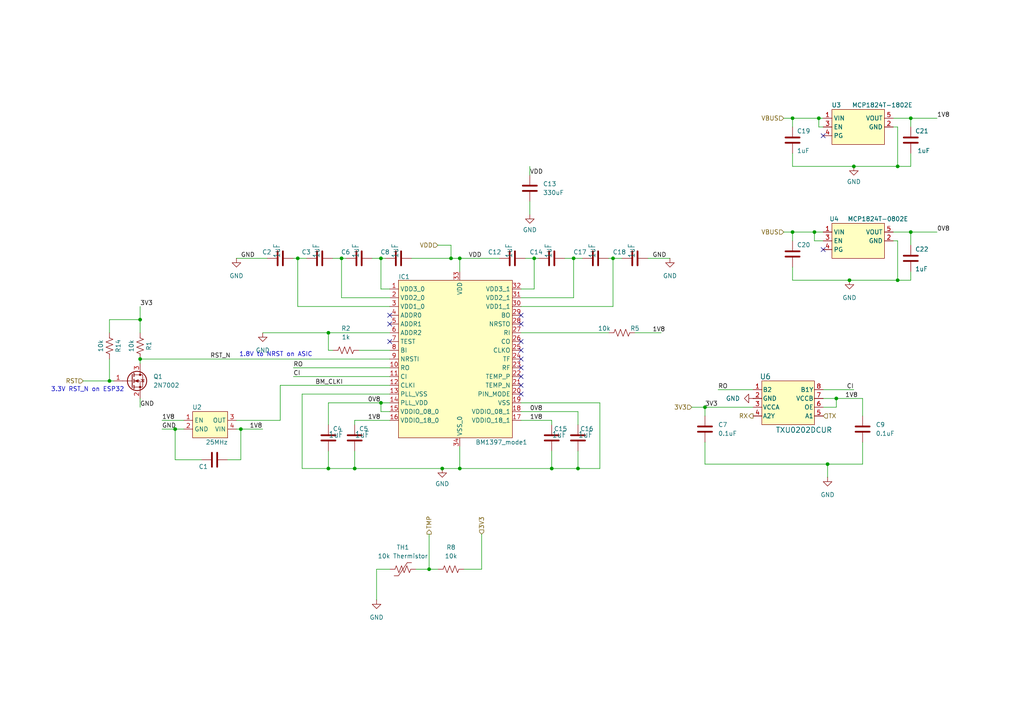
<source format=kicad_sch>
(kicad_sch (version 20231120) (generator "eeschema") (generator_version "8.0")
  (paper "A4")
  (title_block (title "NerdNOS") (date "2024-04-05") (rev "1"))
  (lib_symbols
    (symbol "Device:C" (pin_numbers hide) (pin_names (offset 0.254))
      (property "Reference" "C" (at 0.635 2.54 0))
      (property "Value" "C" (at 0.635 -2.54 0))
      (symbol "C_0_1"
        (polyline (pts (xy -2.032 -0.762) (xy 2.032 -0.762)) (stroke (width 0.508)))
        (polyline (pts (xy -2.032 0.762) (xy 2.032 0.762)) (stroke (width 0.508)))
      )
      (symbol "C_1_1"
        (pin passive line (at 0 3.81 270) (length 2.794) (name "~") (number "1"))
        (pin passive line (at 0 -3.81 90) (length 2.794) (name "~") (number "2"))
      )
    )
    (symbol "Device:R_US" (pin_numbers hide) (pin_names (offset 0))
      (property "Reference" "R" (at 2.54 0 90))
      (property "Value" "R_US" (at -2.54 0 90))
      (symbol "R_US_0_1"
        (polyline (pts (xy 0 -2.286) (xy 0 -2.54)))
        (polyline (pts (xy 0 2.286) (xy 0 2.54)))
        (polyline (pts (xy 0 -0.762) (xy 1.016 -1.143) (xy 0 -1.524) (xy -1.016 -1.905) (xy 0 -2.286)))
        (polyline (pts (xy 0 0.762) (xy 1.016 0.381) (xy 0 0) (xy -1.016 -0.381) (xy 0 -0.762)))
        (polyline (pts (xy 0 2.286) (xy 1.016 1.905) (xy 0 1.524) (xy -1.016 1.143) (xy 0 0.762)))
      )
      (symbol "R_US_1_1"
        (pin passive line (at 0 3.81 270) (length 1.27) (name "~") (number "1"))
        (pin passive line (at 0 -3.81 90) (length 1.27) (name "~") (number "2"))
      )
    )
    (symbol "Device:Thermistor_US" (pin_numbers hide) (pin_names (offset 0))
      (property "Reference" "TH" (at 2.54 1.27 90))
      (property "Value" "Thermistor_US" (at -2.54 0 90))
      (symbol "Thermistor_US_0_1"
        (polyline (pts (xy 0 -2.286) (xy 0 -2.54)))
        (polyline (pts (xy 0 2.286) (xy 0 2.54)))
        (polyline (pts (xy 1.905 -1.27) (xy 1.905 -2.54)))
        (polyline (pts (xy -1.905 2.54) (xy -1.905 1.27) (xy 1.905 -1.27)))
        (polyline (pts (xy 0 -0.762) (xy 1.016 -1.143) (xy 0 -1.524) (xy -1.016 -1.905) (xy 0 -2.286)))
        (polyline (pts (xy 0 0.762) (xy 1.016 0.381) (xy 0 0) (xy -1.016 -0.381) (xy 0 -0.762)))
        (polyline (pts (xy 0 2.286) (xy 1.016 1.905) (xy 0 1.524) (xy -1.016 1.143) (xy 0 0.762)))
      )
      (symbol "Thermistor_US_1_1"
        (pin passive line (at 0 3.81 270) (length 1.27) (name "~") (number "1"))
        (pin passive line (at 0 -3.81 90) (length 1.27) (name "~") (number "2"))
      )
    )
    (symbol "GND_1" (power) (pin_numbers hide) (pin_names (offset 0) hide)
      (property "Value" "GND" (at 0 -3.81 0))
      (symbol "GND_1_0_1"
        (polyline (pts (xy 0 0) (xy 0 -1.27) (xy 1.27 -1.27) (xy 0 -2.54) (xy -1.27 -1.27) (xy 0 -1.27)))
      )
      (symbol "GND_1_1_1"
        (pin power_in line (at 0 0 270) (length 0) (name "~") (number "1"))
      )
    )
    (symbol "GND_2" (power) (pin_numbers hide) (pin_names (offset 0) hide)
      (property "Value" "GND" (at 0 -3.81 0))
      (symbol "GND_2_0_1"
        (polyline (pts (xy 0 0) (xy 0 -1.27) (xy 1.27 -1.27) (xy 0 -2.54) (xy -1.27 -1.27) (xy 0 -1.27)))
      )
      (symbol "GND_2_1_1"
        (pin power_in line (at 0 0 270) (length 0) (name "~") (number "1"))
      )
    )
    (symbol "GND_4" (power) (pin_numbers hide) (pin_names (offset 0) hide)
      (property "Value" "GND" (at 0 -3.81 0))
      (symbol "GND_4_0_1"
        (polyline (pts (xy 0 0) (xy 0 -1.27) (xy 1.27 -1.27) (xy 0 -2.54) (xy -1.27 -1.27) (xy 0 -1.27)))
      )
      (symbol "GND_4_1_1"
        (pin power_in line (at 0 0 270) (length 0) (name "~") (number "1"))
      )
    )
    (symbol "GND_5" (power) (pin_numbers hide) (pin_names (offset 0) hide)
      (property "Value" "GND" (at 0 -3.81 0))
      (symbol "GND_5_0_1"
        (polyline (pts (xy 0 0) (xy 0 -1.27) (xy 1.27 -1.27) (xy 0 -2.54) (xy -1.27 -1.27) (xy 0 -1.27)))
      )
      (symbol "GND_5_1_1"
        (pin power_in line (at 0 0 270) (length 0) (name "~") (number "1"))
      )
    )
    (symbol "GND_6" (power) (pin_numbers hide) (pin_names (offset 0) hide)
      (property "Value" "GND" (at 0 -3.81 0))
      (symbol "GND_6_0_1"
        (polyline (pts (xy 0 0) (xy 0 -1.27) (xy 1.27 -1.27) (xy 0 -2.54) (xy -1.27 -1.27) (xy 0 -1.27)))
      )
      (symbol "GND_6_1_1"
        (pin power_in line (at 0 0 270) (length 0) (name "~") (number "1"))
      )
    )
    (symbol "GND_7" (power) (pin_numbers hide) (pin_names (offset 0) hide)
      (property "Value" "GND" (at 0 -3.81 0))
      (symbol "GND_7_0_1"
        (polyline (pts (xy 0 0) (xy 0 -1.27) (xy 1.27 -1.27) (xy 0 -2.54) (xy -1.27 -1.27) (xy 0 -1.27)))
      )
      (symbol "GND_7_1_1"
        (pin power_in line (at 0 0 270) (length 0) (name "~") (number "1"))
      )
    )
    (symbol "Transistor_FET:2N7002" (pin_names hide)
      (property "Reference" "Q" (at 5.08 1.905 0))
      (property "Value" "2N7002" (at 5.08 0 0))
      (symbol "2N7002_0_1"
        (polyline (pts (xy 0.254 0) (xy -2.54 0)))
        (polyline (pts (xy 0.254 1.905) (xy 0.254 -1.905)) (stroke (width 0.254)))
        (polyline (pts (xy 0.762 -1.27) (xy 0.762 -2.286)) (stroke (width 0.254)))
        (polyline (pts (xy 0.762 0.508) (xy 0.762 -0.508)) (stroke (width 0.254)))
        (polyline (pts (xy 0.762 2.286) (xy 0.762 1.27)) (stroke (width 0.254)))
        (polyline (pts (xy 2.54 2.54) (xy 2.54 1.778)))
        (polyline (pts (xy 2.54 -2.54) (xy 2.54 0) (xy 0.762 0)))
        (polyline (pts (xy 0.762 -1.778) (xy 3.302 -1.778) (xy 3.302 1.778) (xy 0.762 1.778)))
        (polyline (pts (xy 1.016 0) (xy 2.032 0.381) (xy 2.032 -0.381) (xy 1.016 0)) (fill (type outline)))
        (polyline (pts (xy 2.794 0.508) (xy 2.921 0.381) (xy 3.683 0.381) (xy 3.81 0.254)))
        (polyline (pts (xy 3.302 0.381) (xy 2.921 -0.254) (xy 3.683 -0.254) (xy 3.302 0.381)))
        (circle (center 1.651 0) (radius 2.794) (stroke (width 0.254)))
        (circle (center 2.54 -1.778) (radius 0.254) (fill (type outline)))
        (circle (center 2.54 1.778) (radius 0.254) (fill (type outline)))
      )
      (symbol "2N7002_1_1"
        (pin input line (at -5.08 0 0) (length 2.54) (name "G") (number "1"))
        (pin passive line (at 2.54 -5.08 90) (length 2.54) (name "S") (number "2"))
        (pin passive line (at 2.54 5.08 270) (length 2.54) (name "D") (number "3"))
      )
    )
    (symbol "bitaxe:BM1397_mode1"
      (property "Reference" "IC" (at -17.78 17.78 0))
      (property "Value" "BM1397_mode1" (at -17.78 -30.48 0))
      (symbol "BM1397_mode1_1_0"
        (pin bidirectional line (at -20.32 15.24 0) (length 2.54) (name "VDD3_0") (number "1"))
        (pin bidirectional line (at -20.32 -7.62 0) (length 2.54) (name "RO") (number "10"))
        (pin bidirectional line (at -20.32 -10.16 0) (length 2.54) (name "CI") (number "11"))
        (pin bidirectional line (at -20.32 -12.7 0) (length 2.54) (name "CLKI") (number "12"))
        (pin bidirectional line (at -20.32 -15.24 0) (length 2.54) (name "PLL_VSS") (number "13"))
        (pin bidirectional line (at -20.32 -17.78 0) (length 2.54) (name "PLL_VDD") (number "14"))
        (pin bidirectional line (at -20.32 -20.32 0) (length 2.54) (name "VDDIO_08_0") (number "15"))
        (pin bidirectional line (at -20.32 -22.86 0) (length 2.54) (name "VDDIO_18_0") (number "16"))
        (pin bidirectional line (at 17.78 -22.86 180) (length 2.54) (name "VDDIO_18_1") (number "17"))
        (pin bidirectional line (at 17.78 -20.32 180) (length 2.54) (name "VDDIO_08_1") (number "18"))
        (pin bidirectional line (at 17.78 -17.78 180) (length 2.54) (name "VSS") (number "19"))
        (pin bidirectional line (at -20.32 12.7 0) (length 2.54) (name "VDD2_0") (number "2"))
        (pin bidirectional line (at 17.78 -15.24 180) (length 2.54) (name "PIN_MODE") (number "20"))
        (pin bidirectional line (at 17.78 -12.7 180) (length 2.54) (name "TEMP_N") (number "21"))
        (pin bidirectional line (at 17.78 -10.16 180) (length 2.54) (name "TEMP_P") (number "22"))
        (pin bidirectional line (at 17.78 -7.62 180) (length 2.54) (name "RF") (number "23"))
        (pin bidirectional line (at 17.78 -5.08 180) (length 2.54) (name "TF") (number "24"))
        (pin bidirectional line (at 17.78 -2.54 180) (length 2.54) (name "CLKO") (number "25"))
        (pin bidirectional line (at 17.78 0 180) (length 2.54) (name "CO") (number "26"))
        (pin bidirectional line (at 17.78 2.54 180) (length 2.54) (name "RI") (number "27"))
        (pin bidirectional line (at 17.78 5.08 180) (length 2.54) (name "NRSTO") (number "28"))
        (pin bidirectional line (at 17.78 7.62 180) (length 2.54) (name "BO") (number "29"))
        (pin bidirectional line (at -20.32 10.16 0) (length 2.54) (name "VDD1_0") (number "3"))
        (pin bidirectional line (at 17.78 10.16 180) (length 2.54) (name "VDD1_1") (number "30"))
        (pin bidirectional line (at 17.78 12.7 180) (length 2.54) (name "VDD2_1") (number "31"))
        (pin bidirectional line (at 17.78 15.24 180) (length 2.54) (name "VDD3_1") (number "32"))
        (pin bidirectional line (at 0 20.32 270) (length 2.54) (name "VDD") (number "33"))
        (pin bidirectional line (at 0 -30.48 90) (length 2.54) (name "VSS_0") (number "34"))
        (pin bidirectional line (at -20.32 7.62 0) (length 2.54) (name "ADDR0") (number "4"))
        (pin bidirectional line (at -20.32 5.08 0) (length 2.54) (name "ADDR1") (number "5"))
        (pin bidirectional line (at -20.32 2.54 0) (length 2.54) (name "ADDR2") (number "6"))
        (pin bidirectional line (at -20.32 0 0) (length 2.54) (name "TEST") (number "7"))
        (pin bidirectional line (at -20.32 -2.54 0) (length 2.54) (name "BI") (number "8"))
        (pin bidirectional line (at -20.32 -5.08 0) (length 2.54) (name "NRSTI") (number "9"))
      )
      (symbol "BM1397_mode1_1_1"
        (rectangle (start -17.78 17.78) (end 15.24 -27.94) (stroke (width 0.1524)) (fill (type background)))
      )
    )
    (symbol "bitaxe:MCP1824"
      (property "Reference" "U" (at -7.62 5.08 0))
      (property "Value" "MCP1824" (at 5.08 5.08 0))
      (symbol "MCP1824_0_1"
        (rectangle (start -7.62 3.81) (end 7.62 -6.35) (stroke (width 0.1524)) (fill (type background)))
      )
      (symbol "MCP1824_1_0"
        (pin bidirectional line (at -10.16 1.27 0) (length 2.54) (name "VIN") (number "1"))
        (pin bidirectional line (at 10.16 -1.27 180) (length 2.54) (name "GND") (number "2"))
        (pin bidirectional line (at -10.16 -1.27 0) (length 2.54) (name "EN") (number "3"))
        (pin bidirectional line (at -10.16 -3.81 0) (length 2.54) (name "PG") (number "4"))
        (pin power_out line (at 10.16 1.27 180) (length 2.54) (name "VOUT") (number "5"))
      )
    )
    (symbol "bitaxe:TXU0202DCUR" (pin_names (offset 0.254))
      (property "Reference" "U6" (at -6.604 7.62 0))
      (property "Value" "TXU0202DCUR" (at 7.62 -8.128 0))
      (symbol "TXU0202DCUR_0_1"
        (pin power_out line (at -10.16 1.27 0) (length 2.54) (name "GND") (number "2"))
        (pin power_in line (at -10.16 -1.27 0) (length 2.54) (name "VCCA") (number "3"))
        (pin output line (at -10.16 -3.81 0) (length 2.54) (name "A2Y") (number "4"))
        (pin input line (at 10.16 -3.81 180) (length 2.54) (name "A1") (number "5"))
        (pin input line (at 10.16 -1.27 180) (length 2.54) (name "OE") (number "6"))
        (pin power_in line (at 10.16 1.27 180) (length 2.54) (name "VCCB") (number "7"))
        (pin output line (at 10.16 3.81 180) (length 2.54) (name "B1Y") (number "8"))
      )
      (symbol "TXU0202DCUR_1_1"
        (rectangle (start -7.62 6.35) (end 7.62 -6.35) (fill (type background)))
        (pin input line (at -10.16 3.81 0) (length 2.54) (name "B2") (number "1"))
      )
    )
    (symbol "bitaxe:oscillator"
      (property "Reference" "U" (at -3.81 5.08 0))
      (property "Value" "oscillator" (at 0 -5.08 0))
      (symbol "oscillator_0_1"
        (rectangle (start -5.08 3.81) (end 5.08 -3.81) (stroke (width 0.1524)) (fill (type background)))
      )
      (symbol "oscillator_1_0"
        (pin input line (at -7.62 1.27 0) (length 2.54) (name "EN") (number "1"))
        (pin bidirectional line (at -7.62 -1.27 0) (length 2.54) (name "GND") (number "2"))
        (pin bidirectional line (at 7.62 1.27 180) (length 2.54) (name "OUT") (number "3"))
        (pin power_in line (at 7.62 -1.27 180) (length 2.54) (name "VIN") (number "4"))
      )
    )
    (symbol "power:GND" (power) (pin_names (offset 0))
      (property "Value" "GND" (at 0 -3.81 0))
      (symbol "GND_0_1"
        (polyline (pts (xy 0 0) (xy 0 -1.27) (xy 1.27 -1.27) (xy 0 -2.54) (xy -1.27 -1.27) (xy 0 -1.27)))
      )
      (symbol "GND_1_1"
        (pin power_in line (at 0 0 270) (length 0) hide (name "GND") (number "1"))
      )
    )
  )
  (junction (at 240.03 134.62))
  (junction (at 260.35 48.26) (diameter 0.9144))
  (junction (at 229.87 67.31) (diameter 0.9144))
  (junction (at 242.57 115.57))
  (junction (at 237.49 34.29))
  (junction (at 95.25 135.89))
  (junction (at 229.87 34.29) (diameter 0.9144))
  (junction (at 160.02 135.89))
  (junction (at 130.81 74.93))
  (junction (at 50.8 124.46))
  (junction (at 204.47 118.11))
  (junction (at 167.64 135.89))
  (junction (at 40.64 104.14))
  (junction (at 128.27 135.89))
  (junction (at 102.87 135.89))
  (junction (at 236.22 67.31))
  (junction (at 247.65 48.26))
  (junction (at 40.64 92.71))
  (junction (at 264.16 67.31) (diameter 0.9144))
  (junction (at 99.06 74.93))
  (junction (at 154.94 74.93))
  (junction (at 166.37 74.93))
  (junction (at 124.46 165.1))
  (junction (at 95.25 96.52))
  (junction (at 264.16 34.29) (diameter 0.9144))
  (junction (at 86.36 74.93))
  (junction (at 177.8 74.93))
  (junction (at 31.75 110.49))
  (junction (at 246.38 81.28))
  (junction (at 110.49 116.84))
  (junction (at 133.35 135.89))
  (junction (at 69.85 124.46))
  (junction (at 133.35 74.93))
  (junction (at 260.35 81.28) (diameter 0.9144))
  (junction (at 110.49 74.93))
  (no_connect (at 113.03 99.06))
  (no_connect (at 151.13 111.76))
  (no_connect (at 151.13 114.3))
  (no_connect (at 151.13 101.6))
  (no_connect (at 151.13 109.22))
  (no_connect (at 151.13 104.14))
  (no_connect (at 238.76 39.37))
  (no_connect (at 113.03 93.98))
  (no_connect (at 151.13 106.68))
  (no_connect (at 151.13 99.06))
  (no_connect (at 151.13 91.44))
  (no_connect (at 151.13 93.98))
  (no_connect (at 113.03 91.44))
  (no_connect (at 238.76 72.39))
  (wire (pts (xy 133.35 135.89) (xy 133.35 129.54)))
  (wire (pts (xy 110.49 74.93) (xy 110.49 83.82)))
  (wire (pts (xy 40.64 104.14) (xy 113.03 104.14)))
  (wire (pts (xy 107.95 74.93) (xy 110.49 74.93)))
  (wire (pts (xy 69.85 124.46) (xy 76.2 124.46)))
  (wire (pts (xy 40.64 92.71) (xy 40.64 96.52)))
  (wire (pts (xy 102.87 130.81) (xy 102.87 135.89)))
  (wire (pts (xy 68.58 124.46) (xy 69.85 124.46)))
  (wire (pts (xy 187.96 74.93) (xy 194.31 74.93)))
  (wire (pts (xy 154.94 74.93) (xy 156.21 74.93)))
  (wire (pts (xy 240.03 134.62) (xy 250.19 134.62)))
  (wire (pts (xy 76.2 96.52) (xy 95.25 96.52)))
  (wire (pts (xy 166.37 86.36) (xy 166.37 74.93)))
  (wire (pts (xy 153.67 58.42) (xy 153.67 62.23)))
  (wire (pts (xy 120.65 165.1) (xy 124.46 165.1)))
  (wire (pts (xy 31.75 96.52) (xy 31.75 92.71)))
  (wire (pts (xy 236.22 69.85) (xy 238.76 69.85)))
  (wire (pts (xy 184.15 96.52) (xy 191.77 96.52)))
  (wire (pts (xy 160.02 130.81) (xy 160.02 135.89)))
  (wire (pts (xy 86.36 88.9) (xy 86.36 74.93)))
  (wire (pts (xy 173.99 116.84) (xy 151.13 116.84)))
  (wire (pts (xy 260.35 81.28) (xy 246.38 81.28)))
  (wire (pts (xy 31.75 92.71) (xy 40.64 92.71)))
  (wire (pts (xy 24.13 110.49) (xy 31.75 110.49)))
  (wire (pts (xy 110.49 119.38) (xy 110.49 116.84)))
  (wire (pts (xy 238.76 118.11) (xy 242.57 118.11)))
  (wire (pts (xy 68.58 121.92) (xy 81.28 121.92)))
  (wire (pts (xy 264.16 34.29) (xy 271.78 34.29)))
  (wire (pts (xy 260.35 69.85) (xy 259.08 69.85)))
  (wire (pts (xy 229.87 48.26) (xy 247.65 48.26)))
  (wire (pts (xy 264.16 44.45) (xy 264.16 48.26)))
  (wire (pts (xy 95.25 130.81) (xy 95.25 135.89)))
  (wire (pts (xy 152.4 74.93) (xy 154.94 74.93)))
  (wire (pts (xy 236.22 69.85) (xy 236.22 67.31)))
  (wire (pts (xy 81.28 111.76) (xy 81.28 121.92)))
  (wire (pts (xy 50.8 133.35) (xy 50.8 124.46)))
  (wire (pts (xy 127 71.12) (xy 130.81 71.12)))
  (wire (pts (xy 227.33 67.31) (xy 229.87 67.31)))
  (wire (pts (xy 46.99 124.46) (xy 50.8 124.46)))
  (wire (pts (xy 167.64 119.38) (xy 167.64 123.19)))
  (wire (pts (xy 95.25 135.89) (xy 102.87 135.89)))
  (wire (pts (xy 238.76 115.57) (xy 242.57 115.57)))
  (wire (pts (xy 229.87 44.45) (xy 229.87 48.26)))
  (wire (pts (xy 238.76 113.03) (xy 247.65 113.03)))
  (wire (pts (xy 87.63 114.3) (xy 87.63 135.89)))
  (wire (pts (xy 229.87 34.29) (xy 229.87 36.83)))
  (wire (pts (xy 236.22 67.31) (xy 238.76 67.31)))
  (wire (pts (xy 109.22 165.1) (xy 109.22 173.99)))
  (wire (pts (xy 250.19 134.62) (xy 250.19 128.27)))
  (wire (pts (xy 31.75 110.49) (xy 33.02 110.49)))
  (wire (pts (xy 151.13 119.38) (xy 167.64 119.38)))
  (wire (pts (xy 95.25 116.84) (xy 110.49 116.84)))
  (wire (pts (xy 237.49 36.83) (xy 237.49 34.29)))
  (wire (pts (xy 242.57 115.57) (xy 250.19 115.57)))
  (wire (pts (xy 119.38 74.93) (xy 130.81 74.93)))
  (wire (pts (xy 229.87 34.29) (xy 237.49 34.29)))
  (wire (pts (xy 31.75 104.14) (xy 31.75 110.49)))
  (wire (pts (xy 68.58 74.93) (xy 77.47 74.93)))
  (wire (pts (xy 204.47 134.62) (xy 204.47 128.27)))
  (wire (pts (xy 124.46 154.94) (xy 124.46 165.1)))
  (wire (pts (xy 85.09 109.22) (xy 113.03 109.22)))
  (wire (pts (xy 259.08 67.31) (xy 264.16 67.31)))
  (wire (pts (xy 113.03 83.82) (xy 110.49 83.82)))
  (wire (pts (xy 229.87 67.31) (xy 229.87 69.85)))
  (wire (pts (xy 86.36 74.93) (xy 88.9 74.93)))
  (wire (pts (xy 128.27 135.89) (xy 133.35 135.89)))
  (wire (pts (xy 208.28 113.03) (xy 218.44 113.03)))
  (wire (pts (xy 259.08 34.29) (xy 264.16 34.29)))
  (wire (pts (xy 204.47 118.11) (xy 218.44 118.11)))
  (wire (pts (xy 166.37 74.93) (xy 168.91 74.93)))
  (wire (pts (xy 133.35 74.93) (xy 133.35 78.74)))
  (wire (pts (xy 173.99 135.89) (xy 173.99 116.84)))
  (wire (pts (xy 133.35 135.89) (xy 160.02 135.89)))
  (wire (pts (xy 66.04 133.35) (xy 69.85 133.35)))
  (wire (pts (xy 151.13 121.92) (xy 160.02 121.92)))
  (wire (pts (xy 242.57 118.11) (xy 242.57 115.57)))
  (wire (pts (xy 200.66 118.11) (xy 204.47 118.11)))
  (wire (pts (xy 153.67 50.8) (xy 153.67 48.26)))
  (wire (pts (xy 81.28 111.76) (xy 113.03 111.76)))
  (wire (pts (xy 250.19 115.57) (xy 250.19 120.65)))
  (wire (pts (xy 46.99 121.92) (xy 53.34 121.92)))
  (wire (pts (xy 151.13 96.52) (xy 176.53 96.52)))
  (wire (pts (xy 95.25 123.19) (xy 95.25 116.84)))
  (wire (pts (xy 69.85 133.35) (xy 69.85 124.46)))
  (wire (pts (xy 163.83 74.93) (xy 166.37 74.93)))
  (wire (pts (xy 167.64 135.89) (xy 173.99 135.89)))
  (wire (pts (xy 264.16 48.26) (xy 260.35 48.26)))
  (wire (pts (xy 130.81 71.12) (xy 130.81 74.93)))
  (wire (pts (xy 85.09 106.68) (xy 113.03 106.68)))
  (wire (pts (xy 237.49 34.29) (xy 238.76 34.29)))
  (wire (pts (xy 144.78 74.93) (xy 133.35 74.93)))
  (wire (pts (xy 264.16 67.31) (xy 264.16 71.12)))
  (wire (pts (xy 204.47 134.62) (xy 240.03 134.62)))
  (wire (pts (xy 176.53 74.93) (xy 177.8 74.93)))
  (wire (pts (xy 50.8 124.46) (xy 53.34 124.46)))
  (wire (pts (xy 102.87 135.89) (xy 128.27 135.89)))
  (wire (pts (xy 113.03 86.36) (xy 99.06 86.36)))
  (wire (pts (xy 113.03 119.38) (xy 110.49 119.38)))
  (wire (pts (xy 110.49 116.84) (xy 113.03 116.84)))
  (wire (pts (xy 260.35 36.83) (xy 260.35 48.26)))
  (wire (pts (xy 160.02 135.89) (xy 167.64 135.89)))
  (wire (pts (xy 104.14 101.6) (xy 113.03 101.6)))
  (wire (pts (xy 229.87 67.31) (xy 236.22 67.31)))
  (wire (pts (xy 95.25 96.52) (xy 113.03 96.52)))
  (wire (pts (xy 167.64 130.81) (xy 167.64 135.89)))
  (wire (pts (xy 102.87 123.19) (xy 102.87 121.92)))
  (wire (pts (xy 96.52 101.6) (xy 95.25 101.6)))
  (wire (pts (xy 102.87 121.92) (xy 113.03 121.92)))
  (wire (pts (xy 95.25 101.6) (xy 95.25 96.52)))
  (wire (pts (xy 260.35 36.83) (xy 259.08 36.83)))
  (wire (pts (xy 87.63 135.89) (xy 95.25 135.89)))
  (wire (pts (xy 58.42 133.35) (xy 50.8 133.35)))
  (wire (pts (xy 264.16 34.29) (xy 264.16 36.83)))
  (wire (pts (xy 87.63 114.3) (xy 113.03 114.3)))
  (wire (pts (xy 151.13 88.9) (xy 177.8 88.9)))
  (wire (pts (xy 204.47 118.11) (xy 204.47 120.65)))
  (wire (pts (xy 260.35 69.85) (xy 260.35 81.28)))
  (wire (pts (xy 110.49 74.93) (xy 111.76 74.93)))
  (wire (pts (xy 227.33 34.29) (xy 229.87 34.29)))
  (wire (pts (xy 85.09 74.93) (xy 86.36 74.93)))
  (wire (pts (xy 247.65 48.26) (xy 260.35 48.26)))
  (wire (pts (xy 113.03 88.9) (xy 86.36 88.9)))
  (wire (pts (xy 40.64 88.9) (xy 40.64 92.71)))
  (wire (pts (xy 264.16 81.28) (xy 260.35 81.28)))
  (wire (pts (xy 229.87 77.47) (xy 229.87 81.28)))
  (wire (pts (xy 177.8 88.9) (xy 177.8 74.93)))
  (wire (pts (xy 130.81 74.93) (xy 133.35 74.93)))
  (wire (pts (xy 96.52 74.93) (xy 99.06 74.93)))
  (wire (pts (xy 40.64 115.57) (xy 40.64 118.11)))
  (wire (pts (xy 99.06 86.36) (xy 99.06 74.93)))
  (wire (pts (xy 264.16 78.74) (xy 264.16 81.28)))
  (wire (pts (xy 160.02 121.92) (xy 160.02 123.19)))
  (wire (pts (xy 264.16 67.31) (xy 271.78 67.31)))
  (wire (pts (xy 99.06 74.93) (xy 100.33 74.93)))
  (wire (pts (xy 237.49 36.83) (xy 238.76 36.83)))
  (wire (pts (xy 240.03 134.62) (xy 240.03 138.43)))
  (wire (pts (xy 134.62 165.1) (xy 139.7 165.1)))
  (wire (pts (xy 246.38 81.28) (xy 229.87 81.28)))
  (wire (pts (xy 154.94 83.82) (xy 154.94 74.93)))
  (wire (pts (xy 40.64 104.14) (xy 40.64 105.41)))
  (wire (pts (xy 151.13 86.36) (xy 166.37 86.36)))
  (wire (pts (xy 113.03 165.1) (xy 109.22 165.1)))
  (wire (pts (xy 124.46 165.1) (xy 127 165.1)))
  (wire (pts (xy 151.13 83.82) (xy 154.94 83.82)))
  (wire (pts (xy 139.7 165.1) (xy 139.7 154.94)))
  (wire (pts (xy 177.8 74.93) (xy 180.34 74.93)))
  (text "3.3V RST_N on ESP32" (at 25.4 113.03 0) (effects (font (size 1.27 1.27))))
  (text "1.8V to NRST on ASIC" (at 80.01 102.87 0) (effects (font (size 1.27 1.27))))
  (label "1V8" (at 153.67 121.92 0))
  (label "0V8" (at 106.68 116.84 0))
  (label "VDD" (at 135.89 74.93 0))
  (label "GND" (at 46.99 124.46 0))
  (label "3V3" (at 40.64 88.9 0))
  (label "3V3" (at 204.47 118.11 0))
  (label "GND" (at 189.23 74.93 0))
  (label "RST_N" (at 60.96 104.14 0))
  (label "1V8" (at 46.99 121.92 0))
  (label "CI" (at 247.65 113.03 180))
  (label "0V8" (at 153.67 119.38 0))
  (label "1V8" (at 106.68 121.92 0))
  (label "BM_CLKI" (at 91.44 111.76 0))
  (label "0V8" (at 271.78 67.31 0))
  (label "GND" (at 69.85 74.93 0))
  (label "1V8" (at 189.23 96.52 0))
  (label "CI" (at 85.09 109.22 0))
  (label "1V8" (at 72.39 124.46 0))
  (label "1V8" (at 245.11 115.57 0))
  (label "GND" (at 40.64 118.11 0))
  (label "RO" (at 208.28 113.03 0))
  (label "RO" (at 85.09 106.68 0))
  (label "1V8" (at 271.78 34.29 0))
  (label "VDD" (at 153.67 50.8 0))
  (hierarchical_label "TX" (shape input) (at 238.76 120.65 0))
  (hierarchical_label "3V3" (shape input) (at 200.66 118.11 180))
  (hierarchical_label "TMP" (shape output) (at 124.46 154.94 90))
  (hierarchical_label "3V3" (shape input) (at 139.7 154.94 90))
  (hierarchical_label "RST" (shape input) (at 24.13 110.49 180))
  (hierarchical_label "RX" (shape output) (at 218.44 120.65 180))
  (hierarchical_label "VBUS" (shape input) (at 227.33 34.29 180))
  (hierarchical_label "VBUS" (shape input) (at 227.33 67.31 180))
  (hierarchical_label "VDD" (shape input) (at 127 71.12 180))
  (symbol (lib_id "Device:C") (at 160.02 74.93 90) (unit 1)
    (property "Reference" "C14" (at 157.48 72.39 90) (effects (justify left bottom)))
    (property "Value" "1uF" (at 160.02 74.93 0) (effects (font (size 1.778 1.5113)) (justify left bottom)))
    (property "Footprint" "Capacitor_SMD:C_0402_1005Metric" (effects (hide yes)))
    (property "DK" "587-5514-1-ND" (effects (hide yes)))
    (property "PARTNO" "EMK105BJ105MV-F" (effects (hide yes)))
  )
  (symbol (lib_id "Device:C") (at 95.25 127 0) (unit 1)
    (property "Reference" "C4" (at 96.52 125.095 0) (effects (justify left bottom)))
    (property "Value" "1uF" (at 95.25 127 0) (effects (font (size 1.778 1.5113)) (justify left bottom)))
    (property "Footprint" "Capacitor_SMD:C_0402_1005Metric" (effects (hide yes)))
    (property "DK" "587-5514-1-ND" (effects (hide yes)))
    (property "PARTNO" "EMK105BJ105MV-F" (effects (hide yes)))
  )
  (symbol (lib_id "Device:Thermistor_US") (at 116.84 165.1 90) (unit 1)
    (property "Reference" "TH1" (at 116.84 158.75 90))
    (property "Value" "10k Thermistor" (at 116.84 161.29 90))
    (property "Footprint" "Resistor_SMD:R_0402_1005Metric" (effects (hide yes)))
    (property "Description" "Thermistor, temperature dependent resistor, US symbol" (effects (hide yes)))
    (property "PARTNO" "NTCG103JF103FT1" (effects (hide yes)))
    (property "DK" "445-2550-2-ND" (effects (hide yes)))
  )
  (symbol (lib_id "power:GND") (at 247.65 48.26 0) (mirror y) (unit 1)
    (property "Reference" "#PWR012" (effects (hide yes)))
    (property "Value" "GND" (at 247.65 52.705 0))
  )
  (symbol (lib_id "Device:C") (at 167.64 127 0) (unit 1)
    (property "Reference" "C16" (at 168.275 125.095 0) (effects (justify left bottom)))
    (property "Value" "1uF" (at 167.64 127 0) (effects (font (size 1.778 1.5113)) (justify left bottom)))
    (property "Footprint" "Capacitor_SMD:C_0402_1005Metric" (effects (hide yes)))
    (property "DK" "587-5514-1-ND" (effects (hide yes)))
    (property "PARTNO" "EMK105BJ105MV-F" (effects (hide yes)))
  )
  (symbol (lib_id "Device:C") (at 115.57 74.93 90) (unit 1)
    (property "Reference" "C8" (at 113.03 72.39 90) (effects (justify left bottom)))
    (property "Value" "1uF" (at 115.57 74.93 0) (effects (font (size 1.778 1.5113)) (justify left bottom)))
    (property "Footprint" "Capacitor_SMD:C_0402_1005Metric" (effects (hide yes)))
    (property "DK" "587-5514-1-ND" (effects (hide yes)))
    (property "PARTNO" "EMK105BJ105MV-F" (effects (hide yes)))
  )
  (symbol (lib_id "Device:C") (at 264.16 74.93 0) (unit 1)
    (property "Reference" "C22" (at 265.43 73.025 0) (effects (justify left bottom)))
    (property "Value" "1uF" (at 265.43 78.74 0) (effects (justify left bottom)))
    (property "Footprint" "Capacitor_SMD:C_0402_1005Metric" (effects (hide yes)))
    (property "DK" "587-5514-1-ND" (effects (hide yes)))
    (property "PARTNO" "EMK105BJ105MV-F" (effects (hide yes)))
  )
  (symbol (lib_name "GND_1") (lib_id "power:GND") (at 68.58 74.93 0) (unit 1)
    (property "Reference" "#PWR07" (effects (hide yes)))
    (property "Value" "GND" (at 68.58 80.01 0))
    (property "Description" "Power symbol creates a global label with name \"GND\" , ground" (effects (hide yes)))
  )
  (symbol (lib_id "Device:C") (at 104.14 74.93 90) (unit 1)
    (property "Reference" "C6" (at 101.6 72.39 90) (effects (justify left bottom)))
    (property "Value" "1uF" (at 104.14 74.93 0) (effects (font (size 1.778 1.5113)) (justify left bottom)))
    (property "Footprint" "Capacitor_SMD:C_0402_1005Metric" (effects (hide yes)))
    (property "DK" "587-5514-1-ND" (effects (hide yes)))
    (property "PARTNO" "EMK105BJ105MV-F" (effects (hide yes)))
  )
  (symbol (lib_id "power:GND") (at 128.27 135.89 0) (mirror y) (unit 1)
    (property "Reference" "#PWR02" (effects (hide yes)))
    (property "Value" "GND" (at 128.27 140.335 0))
  )
  (symbol (lib_id "Device:C") (at 229.87 40.64 0) (unit 1)
    (property "Reference" "C19" (at 231.14 38.735 0) (effects (justify left bottom)))
    (property "Value" "1uF" (at 231.14 44.45 0) (effects (justify left bottom)))
    (property "Footprint" "Capacitor_SMD:C_0402_1005Metric" (effects (hide yes)))
    (property "DK" "587-5514-1-ND" (effects (hide yes)))
    (property "PARTNO" "EMK105BJ105MV-F" (effects (hide yes)))
  )
  (symbol (lib_id "bitaxe:BM1397_mode1") (at 133.35 99.06 0) (unit 1)
    (property "Reference" "IC1" (at 115.57 80.264 0) (effects (justify left)))
    (property "Value" "BM1397_mode1" (at 137.922 128.27 0) (effects (justify left)))
    (property "Footprint" "bitaxe:BM1397" (effects (hide yes)))
    (property "DNP" "T" (effects (hide yes)))
  )
  (symbol (lib_id "Device:R_US") (at 31.75 100.33 0) (unit 1)
    (property "Reference" "R14" (at 34.29 100.33 90))
    (property "Value" "10k" (at 29.21 100.33 90))
    (property "Footprint" "Resistor_SMD:R_0402_1005Metric" (effects (hide yes)))
    (property "DK" "311-10KJRCT-ND" (effects (hide yes)))
    (property "PARTNO" "RC0402JR-0710KL" (effects (hide yes)))
  )
  (symbol (lib_id "Device:R_US") (at 40.64 100.33 0) (unit 1)
    (property "Reference" "R1" (at 43.18 100.33 90))
    (property "Value" "10k" (at 38.1 100.33 90))
    (property "Footprint" "Resistor_SMD:R_0402_1005Metric" (effects (hide yes)))
    (property "DK" "311-10KJRCT-ND" (effects (hide yes)))
    (property "PARTNO" "RC0402JR-0710KL" (effects (hide yes)))
  )
  (symbol (lib_name "GND_2") (lib_id "power:GND") (at 194.31 74.93 0) (unit 1)
    (property "Reference" "#PWR08" (effects (hide yes)))
    (property "Value" "GND" (at 194.31 80.01 0))
    (property "Description" "Power symbol creates a global label with name \"GND\" , ground" (effects (hide yes)))
  )
  (symbol (lib_id "bitaxe:MCP1824") (at 248.92 35.56 0) (unit 1)
    (property "Reference" "U3" (at 242.57 30.48 0))
    (property "Value" "MCP1824T-1802E" (at 255.905 30.48 0))
    (property "Footprint" "Package_TO_SOT_SMD:SOT-23-5" (effects (hide yes)))
    (property "Datasheet" "https://ww1.microchip.com/downloads/en/DeviceDoc/22070a.pdf" (effects (hide yes)))
    (property "PARTNO" "MCP1824T-1802E/OT" (effects (hide yes)))
    (property "DK" "MCP1824T-1802E/OTCT-ND" (effects (hide yes)))
  )
  (symbol (lib_id "Device:C") (at 81.28 74.93 90) (unit 1)
    (property "Reference" "C2" (at 78.74 72.39 90) (effects (justify left bottom)))
    (property "Value" "1uF" (at 81.28 74.93 0) (effects (font (size 1.778 1.5113)) (justify left bottom)))
    (property "Footprint" "Capacitor_SMD:C_0402_1005Metric" (effects (hide yes)))
    (property "DK" "587-5514-1-ND" (effects (hide yes)))
    (property "PARTNO" "EMK105BJ105MV-F" (effects (hide yes)))
  )
  (symbol (lib_id "Device:C") (at 92.71 74.93 90) (unit 1)
    (property "Reference" "C3" (at 90.17 72.39 90) (effects (justify left bottom)))
    (property "Value" "1uF" (at 92.71 74.93 0) (effects (font (size 1.778 1.5113)) (justify left bottom)))
    (property "Footprint" "Capacitor_SMD:C_0402_1005Metric" (effects (hide yes)))
    (property "DK" "587-5514-1-ND" (effects (hide yes)))
    (property "PARTNO" "EMK105BJ105MV-F" (effects (hide yes)))
  )
  (symbol (lib_id "Device:C") (at 264.16 40.64 0) (unit 1)
    (property "Reference" "C21" (at 265.43 38.735 0) (effects (justify left bottom)))
    (property "Value" "1uF" (at 266.065 44.45 0) (effects (justify left bottom)))
    (property "Footprint" "Capacitor_SMD:C_0402_1005Metric" (effects (hide yes)))
    (property "DK" "587-5514-1-ND" (effects (hide yes)))
    (property "PARTNO" "EMK105BJ105MV-F" (effects (hide yes)))
  )
  (symbol (lib_id "Device:C") (at 102.87 127 0) (unit 1)
    (property "Reference" "C5" (at 104.14 125.095 0) (effects (justify left bottom)))
    (property "Value" "1uF" (at 102.87 127 0) (effects (font (size 1.778 1.5113)) (justify left bottom)))
    (property "Footprint" "Capacitor_SMD:C_0402_1005Metric" (effects (hide yes)))
    (property "DK" "587-5514-1-ND" (effects (hide yes)))
    (property "PARTNO" "EMK105BJ105MV-F" (effects (hide yes)))
  )
  (symbol (lib_id "Device:C") (at 172.72 74.93 90) (unit 1)
    (property "Reference" "C17" (at 170.18 72.39 90) (effects (justify left bottom)))
    (property "Value" "1uF" (at 172.72 74.93 0) (effects (font (size 1.778 1.5113)) (justify left bottom)))
    (property "Footprint" "Capacitor_SMD:C_0402_1005Metric" (effects (hide yes)))
    (property "DK" "587-5514-1-ND" (effects (hide yes)))
    (property "PARTNO" "EMK105BJ105MV-F" (effects (hide yes)))
  )
  (symbol (lib_id "bitaxe:MCP1824") (at 248.92 68.58 0) (unit 1)
    (property "Reference" "U4" (at 241.935 63.5 0))
    (property "Value" "MCP1824T-0802E" (at 254.635 63.5 0))
    (property "Footprint" "Package_TO_SOT_SMD:SOT-23-5" (effects (hide yes)))
    (property "Datasheet" "https://ww1.microchip.com/downloads/en/DeviceDoc/22070a.pdf" (effects (hide yes)))
    (property "PARTNO" "MCP1824T-0802E/OT" (effects (hide yes)))
    (property "DK" "MCP1824T-0802E/OTCT-ND" (effects (hide yes)))
  )
  (symbol (lib_name "GND_1") (lib_id "power:GND") (at 76.2 96.52 0) (unit 1)
    (property "Reference" "#PWR05" (effects (hide yes)))
    (property "Value" "GND" (at 76.2 101.6 0))
    (property "Description" "Power symbol creates a global label with name \"GND\" , ground" (effects (hide yes)))
  )
  (symbol (lib_id "Device:R_US") (at 130.81 165.1 90) (unit 1)
    (property "Reference" "R8" (at 130.81 158.75 90))
    (property "Value" "10k" (at 130.81 161.29 90))
    (property "Footprint" "Resistor_SMD:R_0402_1005Metric" (effects (hide yes)))
    (property "Description" "Resistor, US symbol" (effects (hide yes)))
    (property "DK" "311-10KJRCT-ND" (effects (hide yes)))
    (property "PARTNO" "RC0402JR-0710KL" (effects (hide yes)))
  )
  (symbol (lib_id "Device:C") (at 229.87 73.66 0) (unit 1)
    (property "Reference" "C20" (at 231.14 71.755 0) (effects (justify left bottom)))
    (property "Value" "0.1uF" (effects (hide yes)))
    (property "Footprint" "Capacitor_SMD:C_0402_1005Metric" (effects (hide yes)))
    (property "DK" "478-KGM05AR71C104KHCT-ND" (effects (hide yes)))
    (property "PARTNO" "KGM05AR71C104KH" (effects (hide yes)))
  )
  (symbol (lib_name "GND_7") (lib_id "power:GND") (at 109.22 173.99 0) (unit 1)
    (property "Reference" "#PWR06" (effects (hide yes)))
    (property "Value" "GND" (at 109.22 179.07 0))
    (property "Description" "Power symbol creates a global label with name \"GND\" , ground" (effects (hide yes)))
  )
  (symbol (lib_id "Device:C") (at 148.59 74.93 90) (unit 1)
    (property "Reference" "C12" (at 145.415 72.39 90) (effects (justify left bottom)))
    (property "Value" "1uF" (at 148.59 74.93 0) (effects (font (size 1.778 1.5113)) (justify left bottom)))
    (property "Footprint" "Capacitor_SMD:C_0402_1005Metric" (effects (hide yes)))
    (property "DK" "587-5514-1-ND" (effects (hide yes)))
    (property "PARTNO" "EMK105BJ105MV-F" (effects (hide yes)))
  )
  (symbol (lib_id "Transistor_FET:2N7002") (at 38.1 110.49 0) (unit 1)
    (property "Reference" "Q1" (at 44.45 109.2199 0) (effects (justify left)))
    (property "Value" "2N7002" (at 44.45 111.7599 0) (effects (justify left)))
    (property "Footprint" "Package_TO_SOT_SMD:SOT-23" (effects (hide yes)))
    (property "Datasheet" "https://www.onsemi.com/pub/Collateral/NDS7002A-D.PDF" (effects (hide yes)))
    (property "Description" "0.115A Id, 60V Vds, N-Channel MOSFET, SOT-23" (effects (hide yes)))
    (property "DK" "2N7002NCT-ND" (effects (hide yes)))
    (property "PARTNO" "2N7002" (effects (hide yes)))
  )
  (symbol (lib_id "Device:C") (at 62.23 133.35 90) (unit 1)
    (property "Reference" "C1" (at 60.325 134.62 90) (effects (justify left bottom)))
    (property "Value" "0.1uF" (effects (hide yes)))
    (property "Footprint" "Capacitor_SMD:C_0402_1005Metric" (effects (hide yes)))
    (property "DK" "478-KGM05AR71C104KHCT-ND" (effects (hide yes)))
    (property "PARTNO" "KGM05AR71C104KH" (effects (hide yes)))
  )
  (symbol (lib_id "bitaxe:TXU0202DCUR") (at 228.6 116.84 0) (unit 1)
    (property "Reference" "U6" (at 221.996 109.22 0) (effects (font (size 1.524 1.524))))
    (property "Value" "TXU0202DCUR" (at 233.172 124.714 0) (effects (font (size 1.524 1.524))))
    (property "Footprint" "bitaxe:SO8_DCU_TEX" (effects (hide yes)))
    (property "Datasheet" "TXU0202DCUR" (effects (hide yes)))
    (property "Description" "https://www.ti.com/lit/ds/symlink/txu0202.pdf" (effects (hide yes)))
    (property "DK" "296-TXU0202DCURCT-ND" (effects (hide yes)))
    (property "PARTNO" "TXU0202DCUR" (effects (hide yes)))
  )
  (symbol (lib_id "Device:R_US") (at 180.34 96.52 90) (unit 1)
    (property "Reference" "R5" (at 184.15 95.25 90))
    (property "Value" "10k" (at 175.26 95.25 90))
    (property "Footprint" "Resistor_SMD:R_0402_1005Metric" (effects (hide yes)))
    (property "DK" "311-10KJRCT-ND" (effects (hide yes)))
    (property "PARTNO" "RC0402JR-0710KL" (effects (hide yes)))
  )
  (symbol (lib_id "Device:C") (at 160.02 127 0) (unit 1)
    (property "Reference" "C15" (at 160.655 125.095 0) (effects (justify left bottom)))
    (property "Value" "1uF" (at 160.02 127 0) (effects (font (size 1.778 1.5113)) (justify left bottom)))
    (property "Footprint" "Capacitor_SMD:C_0402_1005Metric" (effects (hide yes)))
    (property "DK" "587-5514-1-ND" (effects (hide yes)))
    (property "PARTNO" "EMK105BJ105MV-F" (effects (hide yes)))
  )
  (symbol (lib_id "Device:C") (at 153.67 54.61 0) (unit 1)
    (property "Reference" "C13" (at 157.48 53.3399 0) (effects (justify left)))
    (property "Value" "330uF" (at 157.48 55.8799 0) (effects (justify left)))
    (property "Footprint" "Capacitor_SMD:C_1210_3225Metric" (effects (hide yes)))
    (property "Description" "Unpolarized capacitor" (effects (hide yes)))
    (property "DK" "490-GRM32ER60G337ME05KCT-ND" (effects (hide yes)))
    (property "PARTNO" "GRM32ER60G337ME05K" (effects (hide yes)))
  )
  (symbol (lib_id "Device:C") (at 184.15 74.93 90) (unit 1)
    (property "Reference" "C18" (at 181.61 72.39 90) (effects (justify left bottom)))
    (property "Value" "1uF" (at 184.15 74.93 0) (effects (font (size 1.778 1.5113)) (justify left bottom)))
    (property "Footprint" "Capacitor_SMD:C_0402_1005Metric" (effects (hide yes)))
    (property "DK" "587-5514-1-ND" (effects (hide yes)))
    (property "PARTNO" "EMK105BJ105MV-F" (effects (hide yes)))
  )
  (symbol (lib_id "bitaxe:oscillator") (at 60.96 123.19 0) (unit 1)
    (property "Reference" "U2" (at 57.15 118.11 0))
    (property "Value" "25MHz" (at 62.865 128.27 0))
    (property "Footprint" "bitaxe:O 25,0-JO32-B-1V3-1-T1-LF" (effects (hide yes)))
    (property "Datasheet" "https://www.jauch.com/downloadfile/5ef1edcfb8e2f73163c8ce8009ef659d1/jo32-1.8-3.3v.pdf" (effects (hide yes)))
    (property "DK" "1908-O250-JO32-B-1V3-1-T1-LFCT-ND" (effects (hide yes)))
    (property "PARTNO" "O 25,0-JO32-B-1V3-1-T1-LF" (effects (hide yes)))
  )
  (symbol (lib_name "GND_6") (lib_id "power:GND") (at 240.03 138.43 0) (unit 1)
    (property "Reference" "#PWR015" (effects (hide yes)))
    (property "Value" "GND" (at 240.03 143.51 0))
    (property "Description" "Power symbol creates a global label with name \"GND\" , ground" (effects (hide yes)))
  )
  (symbol (lib_id "Device:R_US") (at 100.33 101.6 90) (unit 1)
    (property "Reference" "R2" (at 100.33 95.25 90))
    (property "Value" "1k" (at 100.33 97.79 90))
    (property "Footprint" "Resistor_SMD:R_0402_1005Metric" (effects (hide yes)))
    (property "Description" "Resistor, US symbol" (effects (hide yes)))
    (property "DK" "311-1.00KLRCT-ND" (effects (hide yes)))
    (property "PARTNO" "RC0402FR-071KL" (effects (hide yes)))
  )
  (symbol (lib_id "Device:C") (at 250.19 124.46 0) (unit 1)
    (property "Reference" "C9" (at 254 123.1899 0) (effects (justify left)))
    (property "Value" "0.1uF" (at 254 125.7299 0) (effects (justify left)))
    (property "Footprint" "Capacitor_SMD:C_0402_1005Metric" (effects (hide yes)))
    (property "Description" "Unpolarized capacitor" (effects (hide yes)))
    (property "PARTNO" "KGM05AR71C104KH" (effects (hide yes)))
    (property "DK" "478-KGM05AR71C104KHCT-ND" (effects (hide yes)))
  )
  (symbol (lib_name "GND_5") (lib_id "power:GND") (at 246.38 81.28 0) (unit 1)
    (property "Reference" "#PWR013" (effects (hide yes)))
    (property "Value" "GND" (at 246.38 86.36 0))
    (property "Description" "Power symbol creates a global label with name \"GND\" , ground" (effects (hide yes)))
  )
  (symbol (lib_id "power:GND") (at 153.67 62.23 0) (mirror y) (unit 1)
    (property "Reference" "#PWR01" (effects (hide yes)))
    (property "Value" "GND" (at 153.67 66.675 0))
  )
  (symbol (lib_name "GND_4") (lib_id "power:GND") (at 218.44 115.57 270) (unit 1)
    (property "Reference" "#PWR014" (effects (hide yes)))
    (property "Value" "GND" (at 214.63 115.5699 90) (effects (justify right)))
    (property "Description" "Power symbol creates a global label with name \"GND\" , ground" (effects (hide yes)))
  )
  (symbol (lib_id "Device:C") (at 204.47 124.46 180) (unit 1)
    (property "Reference" "C7" (at 208.28 123.1899 0) (effects (justify right)))
    (property "Value" "0.1uF" (at 208.28 125.7299 0) (effects (justify right)))
    (property "Footprint" "Capacitor_SMD:C_0402_1005Metric" (effects (hide yes)))
    (property "Description" "Unpolarized capacitor" (effects (hide yes)))
    (property "PARTNO" "KGM05AR71C104KH" (effects (hide yes)))
    (property "DK" "478-KGM05AR71C104KHCT-ND" (effects (hide yes)))
  )
)
</source>
